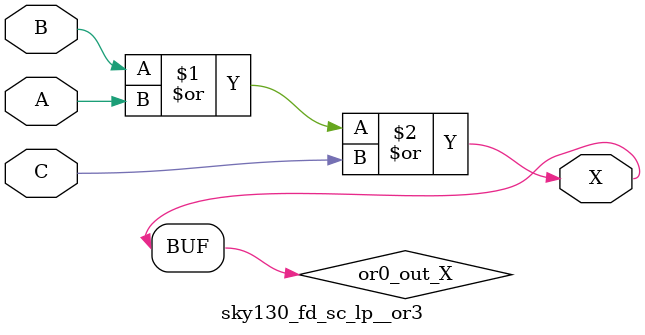
<source format=v>
/*
 * Copyright 2020 The SkyWater PDK Authors
 *
 * Licensed under the Apache License, Version 2.0 (the "License");
 * you may not use this file except in compliance with the License.
 * You may obtain a copy of the License at
 *
 *     https://www.apache.org/licenses/LICENSE-2.0
 *
 * Unless required by applicable law or agreed to in writing, software
 * distributed under the License is distributed on an "AS IS" BASIS,
 * WITHOUT WARRANTIES OR CONDITIONS OF ANY KIND, either express or implied.
 * See the License for the specific language governing permissions and
 * limitations under the License.
 *
 * SPDX-License-Identifier: Apache-2.0
*/


`ifndef SKY130_FD_SC_LP__OR3_FUNCTIONAL_V
`define SKY130_FD_SC_LP__OR3_FUNCTIONAL_V

/**
 * or3: 3-input OR.
 *
 * Verilog simulation functional model.
 */

`timescale 1ns / 1ps
`default_nettype none

`celldefine
module sky130_fd_sc_lp__or3 (
    X,
    A,
    B,
    C
);

    // Module ports
    output X;
    input  A;
    input  B;
    input  C;

    // Local signals
    wire or0_out_X;

    //  Name  Output     Other arguments
    or  or0  (or0_out_X, B, A, C        );
    buf buf0 (X        , or0_out_X      );

endmodule
`endcelldefine

`default_nettype wire
`endif  // SKY130_FD_SC_LP__OR3_FUNCTIONAL_V

</source>
